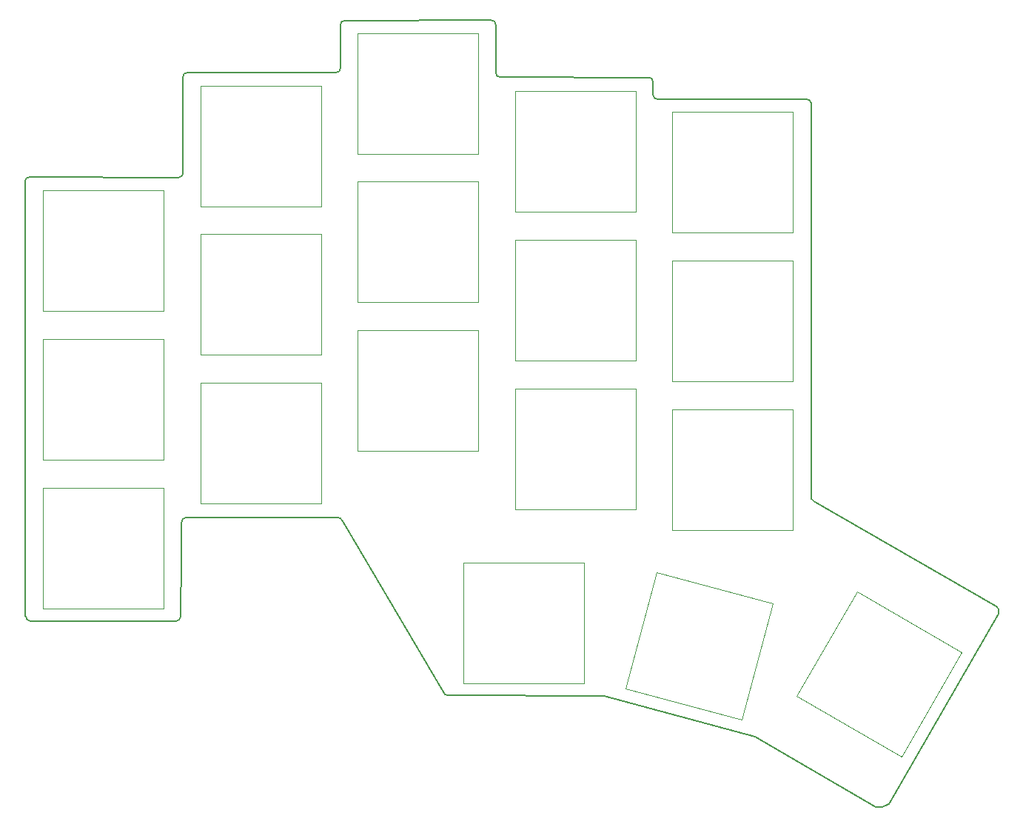
<source format=gm1>
G04 #@! TF.GenerationSoftware,KiCad,Pcbnew,(5.99.0-11177-g6c67dfa032)*
G04 #@! TF.CreationDate,2021-10-11T00:02:08+03:00*
G04 #@! TF.ProjectId,chocofi-topplate,63686f63-6f66-4692-9d74-6f70706c6174,2.1*
G04 #@! TF.SameCoordinates,Original*
G04 #@! TF.FileFunction,Profile,NP*
%FSLAX46Y46*%
G04 Gerber Fmt 4.6, Leading zero omitted, Abs format (unit mm)*
G04 Created by KiCad (PCBNEW (5.99.0-11177-g6c67dfa032)) date 2021-10-11 00:02:08*
%MOMM*%
%LPD*%
G01*
G04 APERTURE LIST*
G04 #@! TA.AperFunction,Profile*
%ADD10C,0.150000*%
G04 #@! TD*
G04 #@! TA.AperFunction,Profile*
%ADD11C,0.120000*%
G04 #@! TD*
G04 APERTURE END LIST*
D10*
X94540847Y-62014447D02*
X77419200Y-61976000D01*
X175768000Y-133654800D02*
X188304000Y-111884000D01*
X160477200Y-125984000D02*
X174288668Y-133959600D01*
X125374400Y-121240811D02*
X143154400Y-121259600D01*
X166860000Y-53450000D02*
G75*
G03*
X166360498Y-53055000I-499502J-118325D01*
G01*
X166360498Y-53055000D02*
X149293200Y-53069020D01*
X94540847Y-62014447D02*
G75*
G03*
X95040847Y-61514447I0J500000D01*
G01*
X95517120Y-50006820D02*
G75*
G03*
X95017120Y-50506820I0J-500000D01*
G01*
X130310000Y-44036200D02*
X113530000Y-44049553D01*
X130810000Y-50053400D02*
X130810000Y-44536200D01*
X148293200Y-50569020D02*
X131310000Y-50553400D01*
X148793200Y-52569020D02*
X148793200Y-51069020D01*
X95017120Y-50506820D02*
X95040847Y-61514447D01*
X112547120Y-50006820D02*
X95517120Y-50006820D01*
X113030000Y-44549553D02*
X113047120Y-49506820D01*
X112547120Y-50006820D02*
G75*
G03*
X113047120Y-49506820I0J500000D01*
G01*
X113530000Y-44049553D02*
G75*
G03*
X113030000Y-44549553I0J-500000D01*
G01*
X130810000Y-44536200D02*
G75*
G03*
X130310000Y-44036200I-500000J0D01*
G01*
X130810000Y-50053400D02*
G75*
G03*
X131310000Y-50553400I500000J0D01*
G01*
X148793200Y-51069020D02*
G75*
G03*
X148293200Y-50569020I-500000J0D01*
G01*
X148793200Y-52569020D02*
G75*
G03*
X149293200Y-53069020I500000J0D01*
G01*
X95453200Y-100862652D02*
X112623600Y-100862652D01*
X94843600Y-105562400D02*
X94843600Y-101472252D01*
X113294857Y-101294883D02*
G75*
G03*
X112623600Y-100862652I-671257J-305117D01*
G01*
X125374400Y-121240811D02*
G75*
G02*
X125018800Y-121107200I0J540011D01*
G01*
X175768000Y-133654800D02*
G75*
G02*
X174288668Y-133959599I-1039306J1301890D01*
G01*
X77012800Y-93776800D02*
X77012800Y-110744000D01*
X76962000Y-62433200D02*
X77012800Y-76708000D01*
X166860000Y-53450000D02*
X166890000Y-98740000D01*
X94792800Y-112115600D02*
X94843600Y-105562400D01*
X95453200Y-100862652D02*
G75*
G03*
X94843600Y-101472252I0J-609600D01*
G01*
X166890000Y-98740000D02*
G75*
G03*
X167280000Y-99110000I613910J256555D01*
G01*
X94792800Y-112115600D02*
G75*
G02*
X94132400Y-112776000I-660400J0D01*
G01*
X77012800Y-112115600D02*
X77012800Y-110744000D01*
X188021631Y-111020019D02*
X167280000Y-99110000D01*
X77012800Y-76708000D02*
X77012800Y-93776800D01*
X188021631Y-111020019D02*
G75*
G02*
X188304000Y-111884000I-311631J-579981D01*
G01*
X113294857Y-101294883D02*
X125018800Y-121107200D01*
X76962000Y-62433200D02*
G75*
G02*
X77419200Y-61976000I457200J0D01*
G01*
X77673200Y-112776000D02*
X94132400Y-112776000D01*
X143154400Y-121259600D02*
X160477200Y-125984000D01*
X77673200Y-112776000D02*
G75*
G02*
X77012800Y-112115600I0J660400D01*
G01*
D11*
X79010000Y-63500000D02*
X92810000Y-63500000D01*
X92810000Y-63500000D02*
X92810000Y-77300000D01*
X92810000Y-77300000D02*
X79010000Y-77300000D01*
X79010000Y-77300000D02*
X79010000Y-63500000D01*
X97010000Y-51500000D02*
X110810000Y-51500000D01*
X110810000Y-51500000D02*
X110810000Y-65300000D01*
X110810000Y-65300000D02*
X97010000Y-65300000D01*
X97010000Y-65300000D02*
X97010000Y-51500000D01*
X115010000Y-45500000D02*
X128810000Y-45500000D01*
X128810000Y-45500000D02*
X128810000Y-59300000D01*
X128810000Y-59300000D02*
X115010000Y-59300000D01*
X115010000Y-59300000D02*
X115010000Y-45500000D01*
X133010000Y-52120000D02*
X146810000Y-52120000D01*
X146810000Y-52120000D02*
X146810000Y-65920000D01*
X146810000Y-65920000D02*
X133010000Y-65920000D01*
X133010000Y-65920000D02*
X133010000Y-52120000D01*
X151010000Y-54500000D02*
X164810000Y-54500000D01*
X164810000Y-54500000D02*
X164810000Y-68300000D01*
X164810000Y-68300000D02*
X151010000Y-68300000D01*
X151010000Y-68300000D02*
X151010000Y-54500000D01*
X79010000Y-80500000D02*
X92810000Y-80500000D01*
X92810000Y-80500000D02*
X92810000Y-94300000D01*
X92810000Y-94300000D02*
X79010000Y-94300000D01*
X79010000Y-94300000D02*
X79010000Y-80500000D01*
X97010000Y-68500000D02*
X110810000Y-68500000D01*
X110810000Y-68500000D02*
X110810000Y-82300000D01*
X110810000Y-82300000D02*
X97010000Y-82300000D01*
X97010000Y-82300000D02*
X97010000Y-68500000D01*
X115010000Y-62500000D02*
X128810000Y-62500000D01*
X128810000Y-62500000D02*
X128810000Y-76300000D01*
X128810000Y-76300000D02*
X115010000Y-76300000D01*
X115010000Y-76300000D02*
X115010000Y-62500000D01*
X133010000Y-69120000D02*
X146810000Y-69120000D01*
X146810000Y-69120000D02*
X146810000Y-82920000D01*
X146810000Y-82920000D02*
X133010000Y-82920000D01*
X133010000Y-82920000D02*
X133010000Y-69120000D01*
X151010000Y-71500000D02*
X164810000Y-71500000D01*
X164810000Y-71500000D02*
X164810000Y-85300000D01*
X164810000Y-85300000D02*
X151010000Y-85300000D01*
X151010000Y-85300000D02*
X151010000Y-71500000D01*
X79010000Y-97500000D02*
X92810000Y-97500000D01*
X92810000Y-97500000D02*
X92810000Y-111300000D01*
X92810000Y-111300000D02*
X79010000Y-111300000D01*
X79010000Y-111300000D02*
X79010000Y-97500000D01*
X97010000Y-85500000D02*
X110810000Y-85500000D01*
X110810000Y-85500000D02*
X110810000Y-99300000D01*
X110810000Y-99300000D02*
X97010000Y-99300000D01*
X97010000Y-99300000D02*
X97010000Y-85500000D01*
X115010000Y-79500000D02*
X128810000Y-79500000D01*
X128810000Y-79500000D02*
X128810000Y-93300000D01*
X128810000Y-93300000D02*
X115010000Y-93300000D01*
X115010000Y-93300000D02*
X115010000Y-79500000D01*
X133010000Y-86125000D02*
X146810000Y-86125000D01*
X146810000Y-86125000D02*
X146810000Y-99925000D01*
X146810000Y-99925000D02*
X133010000Y-99925000D01*
X133010000Y-99925000D02*
X133010000Y-86125000D01*
X151010000Y-88500000D02*
X164810000Y-88500000D01*
X164810000Y-88500000D02*
X164810000Y-102300000D01*
X164810000Y-102300000D02*
X151010000Y-102300000D01*
X151010000Y-102300000D02*
X151010000Y-88500000D01*
X140910000Y-119890000D02*
X127110000Y-119890000D01*
X127110000Y-119890000D02*
X127110000Y-106090000D01*
X127110000Y-106090000D02*
X140910000Y-106090000D01*
X140910000Y-106090000D02*
X140910000Y-119890000D01*
X158939037Y-124030740D02*
X145609260Y-120459037D01*
X145609260Y-120459037D02*
X149180963Y-107129260D01*
X149180963Y-107129260D02*
X162510740Y-110700963D01*
X162510740Y-110700963D02*
X158939037Y-124030740D01*
X184085575Y-116264425D02*
X177185575Y-128215575D01*
X177185575Y-128215575D02*
X165234425Y-121315575D01*
X165234425Y-121315575D02*
X172134425Y-109364425D01*
X172134425Y-109364425D02*
X184085575Y-116264425D01*
M02*

</source>
